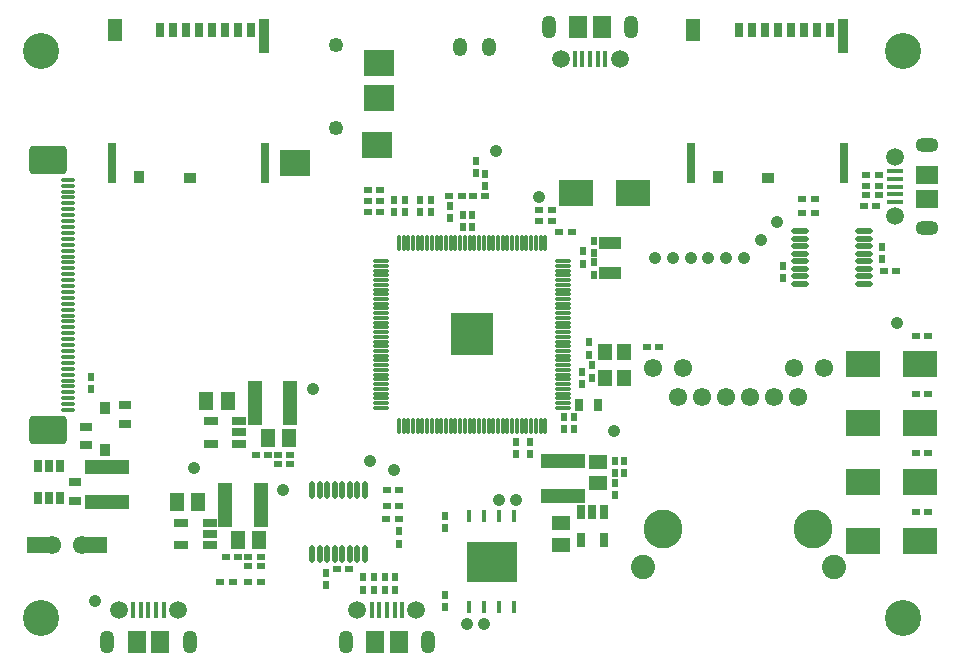
<source format=gts>
G04 Layer_Color=8388736*
%FSLAX44Y44*%
%MOMM*%
G71*
G01*
G75*
%ADD68R,1.1500X3.7500*%
%ADD69C,1.0500*%
%ADD70R,1.5000X1.2500*%
%ADD71R,0.6500X1.1500*%
%ADD72R,0.6000X0.6500*%
%ADD73R,0.7500X1.1500*%
%ADD74R,0.9100X2.8500*%
%ADD75R,1.1900X1.8800*%
%ADD76R,1.1000X0.8300*%
%ADD77R,0.9500X0.9800*%
%ADD78R,0.7500X3.3800*%
%ADD79R,0.6500X0.6000*%
G04:AMPARAMS|DCode=80|XSize=0.35mm|YSize=1.15mm|CornerRadius=0.1mm|HoleSize=0mm|Usage=FLASHONLY|Rotation=270.000|XOffset=0mm|YOffset=0mm|HoleType=Round|Shape=RoundedRectangle|*
%AMROUNDEDRECTD80*
21,1,0.3500,0.9500,0,0,270.0*
21,1,0.1500,1.1500,0,0,270.0*
1,1,0.2000,-0.4750,-0.0750*
1,1,0.2000,-0.4750,0.0750*
1,1,0.2000,0.4750,0.0750*
1,1,0.2000,0.4750,-0.0750*
%
%ADD80ROUNDEDRECTD80*%
G04:AMPARAMS|DCode=81|XSize=2.35mm|YSize=3.15mm|CornerRadius=0.255mm|HoleSize=0mm|Usage=FLASHONLY|Rotation=270.000|XOffset=0mm|YOffset=0mm|HoleType=Round|Shape=RoundedRectangle|*
%AMROUNDEDRECTD81*
21,1,2.3500,2.6400,0,0,270.0*
21,1,1.8400,3.1500,0,0,270.0*
1,1,0.5100,-1.3200,-0.9200*
1,1,0.5100,-1.3200,0.9200*
1,1,0.5100,1.3200,0.9200*
1,1,0.5100,1.3200,-0.9200*
%
%ADD81ROUNDEDRECTD81*%
%ADD82R,0.8500X1.0000*%
%ADD83R,3.7500X1.1500*%
%ADD84R,0.6500X1.1000*%
%ADD85R,1.0500X0.7000*%
%ADD86O,1.5000X0.5000*%
%ADD87O,0.5000X1.5000*%
%ADD88R,0.4500X1.0000*%
%ADD89R,4.3300X3.4300*%
%ADD90R,1.8500X1.0500*%
%ADD91R,1.2000X1.4500*%
%ADD92R,3.5500X3.5500*%
%ADD93O,0.3500X1.5000*%
%ADD94O,1.5000X0.3500*%
%ADD95R,0.7000X1.0500*%
%ADD96R,2.5000X1.4500*%
%ADD97R,0.4500X1.4000*%
%ADD98R,1.5500X1.9500*%
%ADD99R,2.5500X2.2500*%
%ADD100R,2.8500X2.2500*%
%ADD101R,1.4000X0.4500*%
%ADD102R,1.9500X1.5500*%
%ADD103R,1.1500X0.6500*%
%ADD104R,1.2500X1.5000*%
%ADD105C,1.5500*%
%ADD106O,1.2500X1.9500*%
%ADD107C,1.5000*%
%ADD108C,3.3000*%
%ADD109C,2.0500*%
%ADD110C,1.2500*%
%ADD111O,1.2500X1.5500*%
%ADD112O,1.9500X1.2500*%
%ADD113C,3.0500*%
D68*
X3046000Y2867000D02*
D03*
X3016000D02*
D03*
X3021000Y2781000D02*
D03*
X2991000D02*
D03*
D69*
X3065000Y2879000D02*
D03*
X3040000Y2793000D02*
D03*
X3430000Y2990000D02*
D03*
X3415000D02*
D03*
X3400000D02*
D03*
X3385000D02*
D03*
X3370000D02*
D03*
X3355000D02*
D03*
X3237000Y2785000D02*
D03*
X3196000Y2680000D02*
D03*
X3223000Y2785000D02*
D03*
X3210000Y2680000D02*
D03*
X3257000Y3041000D02*
D03*
X3560000Y2935000D02*
D03*
X3114000Y2818000D02*
D03*
X3134000Y2810000D02*
D03*
X3445000Y3005000D02*
D03*
X3458000Y3020000D02*
D03*
X3320000Y2843000D02*
D03*
X3220000Y3080000D02*
D03*
X2965000Y2812000D02*
D03*
X2881000Y2699000D02*
D03*
D70*
X3275000Y2747000D02*
D03*
Y2765000D02*
D03*
X3307000Y2817000D02*
D03*
Y2799000D02*
D03*
D71*
X3311500Y2751000D02*
D03*
X3292500D02*
D03*
Y2775000D02*
D03*
X3302000D02*
D03*
X3311500D02*
D03*
D72*
X3321000Y2799250D02*
D03*
Y2788750D02*
D03*
X2877000Y2889250D02*
D03*
Y2878750D02*
D03*
X3547000Y2999250D02*
D03*
Y2988750D02*
D03*
X3463000Y2983250D02*
D03*
Y2972750D02*
D03*
X3076000Y2712750D02*
D03*
Y2723250D02*
D03*
X3138000Y2758250D02*
D03*
Y2747750D02*
D03*
X3117000Y2719250D02*
D03*
Y2708750D02*
D03*
X3126000Y2719250D02*
D03*
Y2708750D02*
D03*
X3135000Y2719250D02*
D03*
Y2708750D02*
D03*
X3108000Y2719250D02*
D03*
Y2708750D02*
D03*
X3177000Y2760750D02*
D03*
Y2771250D02*
D03*
Y2704500D02*
D03*
Y2694000D02*
D03*
X3249000Y2823500D02*
D03*
Y2834000D02*
D03*
X3294000Y2984750D02*
D03*
Y2995250D02*
D03*
X3293000Y2882750D02*
D03*
Y2893250D02*
D03*
X3303000Y2986000D02*
D03*
Y2975500D02*
D03*
Y2994000D02*
D03*
Y3004500D02*
D03*
X3302000Y2888500D02*
D03*
Y2899000D02*
D03*
X3299000Y2918250D02*
D03*
Y2907750D02*
D03*
X3286000Y2844750D02*
D03*
Y2855250D02*
D03*
X3278000Y2844750D02*
D03*
Y2855250D02*
D03*
X3237000Y2823500D02*
D03*
Y2834000D02*
D03*
X3203000Y3061750D02*
D03*
Y3072250D02*
D03*
X3200000Y3026250D02*
D03*
Y3015750D02*
D03*
X3192000Y3026250D02*
D03*
Y3015750D02*
D03*
X3165000Y3028750D02*
D03*
Y3039250D02*
D03*
X3211000Y3061250D02*
D03*
Y3050750D02*
D03*
X3143000Y3028750D02*
D03*
Y3039250D02*
D03*
X3134000Y3028750D02*
D03*
Y3039250D02*
D03*
X3181000Y3023500D02*
D03*
Y3034000D02*
D03*
X3156000Y3028750D02*
D03*
Y3039250D02*
D03*
X3329000Y2807750D02*
D03*
Y2818250D02*
D03*
X3321000D02*
D03*
Y2807750D02*
D03*
D73*
X3013200Y3182700D02*
D03*
X3002200D02*
D03*
X2991200D02*
D03*
X2980200D02*
D03*
X2969200D02*
D03*
X2958200D02*
D03*
X2947200D02*
D03*
X2936200D02*
D03*
X3503200D02*
D03*
X3492200D02*
D03*
X3481200D02*
D03*
X3470200D02*
D03*
X3459200D02*
D03*
X3448200D02*
D03*
X3437200D02*
D03*
X3426200D02*
D03*
D74*
X3024000Y3177700D02*
D03*
X3514000D02*
D03*
D75*
X2897400Y3182550D02*
D03*
X3387400D02*
D03*
D76*
X2960950Y3057300D02*
D03*
X3450950D02*
D03*
D77*
X2918300Y3058050D02*
D03*
X3408300D02*
D03*
D78*
X2895200Y3070050D02*
D03*
X3024800D02*
D03*
X3385200D02*
D03*
X3514800D02*
D03*
D79*
X3191250Y3042000D02*
D03*
X3200750D02*
D03*
X3559250Y2979000D02*
D03*
X3548750D02*
D03*
X3479750Y3028000D02*
D03*
X3490250D02*
D03*
X3479750Y3040000D02*
D03*
X3490250D02*
D03*
X3544250Y3043000D02*
D03*
Y3051000D02*
D03*
X3533750Y3060000D02*
D03*
X3544250D02*
D03*
X3531750Y3034000D02*
D03*
X3542250D02*
D03*
X3096250Y2726000D02*
D03*
X3085750D02*
D03*
X3127500Y2769000D02*
D03*
X3138000D02*
D03*
X3127750Y2780000D02*
D03*
X3138250D02*
D03*
Y2793000D02*
D03*
X3127750D02*
D03*
X3267500Y3021000D02*
D03*
X3257000D02*
D03*
X3267500Y3030000D02*
D03*
X3257000D02*
D03*
X3273750Y3012000D02*
D03*
X3284250D02*
D03*
X3122250Y3038000D02*
D03*
X3111750D02*
D03*
X3586250Y2924000D02*
D03*
X3575750D02*
D03*
X3586250Y2875000D02*
D03*
X3575750D02*
D03*
X3586250Y2825000D02*
D03*
X3575750D02*
D03*
X3586250Y2775000D02*
D03*
X3575750D02*
D03*
X3211250Y3042000D02*
D03*
X3122250Y3047000D02*
D03*
X3111750D02*
D03*
X3122250Y3029000D02*
D03*
X3111750D02*
D03*
X3180750Y3042000D02*
D03*
X3533750Y3051000D02*
D03*
Y3043000D02*
D03*
X3347750Y2914000D02*
D03*
X3358250D02*
D03*
X3021250Y2715000D02*
D03*
X3010750D02*
D03*
X2997250D02*
D03*
X2986750D02*
D03*
X3010750Y2729000D02*
D03*
X3021250D02*
D03*
Y2737000D02*
D03*
X3010750D02*
D03*
X3002250D02*
D03*
X2991750D02*
D03*
X3035750Y2815000D02*
D03*
X3046250D02*
D03*
Y2823000D02*
D03*
X3035750D02*
D03*
X3027250D02*
D03*
X3016750D02*
D03*
D80*
X2858000Y3056000D02*
D03*
Y3051000D02*
D03*
Y3046000D02*
D03*
Y3041000D02*
D03*
Y3036000D02*
D03*
Y3031000D02*
D03*
Y3026000D02*
D03*
Y3021000D02*
D03*
Y3016000D02*
D03*
Y3011000D02*
D03*
Y3006000D02*
D03*
Y3001000D02*
D03*
Y2996000D02*
D03*
Y2991000D02*
D03*
Y2986000D02*
D03*
Y2981000D02*
D03*
Y2976000D02*
D03*
Y2971000D02*
D03*
Y2966000D02*
D03*
Y2961000D02*
D03*
Y2956000D02*
D03*
Y2951000D02*
D03*
Y2946000D02*
D03*
Y2941000D02*
D03*
Y2936000D02*
D03*
Y2931000D02*
D03*
Y2926000D02*
D03*
Y2921000D02*
D03*
Y2916000D02*
D03*
Y2911000D02*
D03*
Y2906000D02*
D03*
Y2901000D02*
D03*
Y2896000D02*
D03*
Y2891000D02*
D03*
Y2886000D02*
D03*
Y2881000D02*
D03*
Y2876000D02*
D03*
Y2871000D02*
D03*
Y2866000D02*
D03*
Y2861000D02*
D03*
D81*
X2841000Y2844300D02*
D03*
Y3072700D02*
D03*
D82*
X2889000Y2827000D02*
D03*
Y2863000D02*
D03*
D83*
X2891000Y2813000D02*
D03*
Y2783000D02*
D03*
X3277000Y2818000D02*
D03*
Y2788000D02*
D03*
D84*
X2851500Y2813750D02*
D03*
X2842000D02*
D03*
X2832500D02*
D03*
Y2786250D02*
D03*
X2842000D02*
D03*
X2851500D02*
D03*
D85*
X2864000Y2784000D02*
D03*
Y2800000D02*
D03*
X2873000Y2831000D02*
D03*
Y2847000D02*
D03*
X2906000Y2865000D02*
D03*
Y2849000D02*
D03*
D86*
X3532250Y2967775D02*
D03*
Y2974125D02*
D03*
Y2980475D02*
D03*
Y2986825D02*
D03*
Y2993175D02*
D03*
Y2999525D02*
D03*
Y3005875D02*
D03*
Y3012225D02*
D03*
X3477750Y2967775D02*
D03*
Y2974125D02*
D03*
Y2980475D02*
D03*
Y2986825D02*
D03*
Y2993175D02*
D03*
Y2999525D02*
D03*
Y3005875D02*
D03*
Y3012225D02*
D03*
D87*
X3064775Y2738750D02*
D03*
X3071125D02*
D03*
X3077475D02*
D03*
X3083825D02*
D03*
X3090175D02*
D03*
X3096525D02*
D03*
X3102875D02*
D03*
X3109225D02*
D03*
X3064775Y2793250D02*
D03*
X3071125D02*
D03*
X3077475D02*
D03*
X3083825D02*
D03*
X3090175D02*
D03*
X3096525D02*
D03*
X3102875D02*
D03*
X3109225D02*
D03*
D88*
X3197600Y2694000D02*
D03*
X3210300D02*
D03*
X3223000D02*
D03*
X3235700D02*
D03*
X3197600Y2770900D02*
D03*
X3210300D02*
D03*
X3223000D02*
D03*
X3235700D02*
D03*
D89*
X3216650Y2732450D02*
D03*
D90*
X3317000Y3002750D02*
D03*
Y2977250D02*
D03*
D91*
X3313000Y2910000D02*
D03*
Y2888000D02*
D03*
X3329000D02*
D03*
Y2910000D02*
D03*
D92*
X3200000Y2925000D02*
D03*
D93*
X3138000Y3002250D02*
D03*
X3142000D02*
D03*
X3146000D02*
D03*
X3150000D02*
D03*
X3154000D02*
D03*
X3158000D02*
D03*
X3162000D02*
D03*
X3166000D02*
D03*
X3170000D02*
D03*
X3174000D02*
D03*
X3178000D02*
D03*
X3182000D02*
D03*
X3186000D02*
D03*
X3190000D02*
D03*
X3194000D02*
D03*
X3198000D02*
D03*
X3202000D02*
D03*
X3206000D02*
D03*
X3210000D02*
D03*
X3214000D02*
D03*
X3218000D02*
D03*
X3222000D02*
D03*
X3226000D02*
D03*
X3230000D02*
D03*
X3234000D02*
D03*
X3238000D02*
D03*
X3242000D02*
D03*
X3246000D02*
D03*
X3250000D02*
D03*
X3254000D02*
D03*
X3258000D02*
D03*
X3262000D02*
D03*
Y2847750D02*
D03*
X3258000D02*
D03*
X3254000D02*
D03*
X3250000D02*
D03*
X3246000D02*
D03*
X3242000D02*
D03*
X3238000D02*
D03*
X3234000D02*
D03*
X3230000D02*
D03*
X3226000D02*
D03*
X3222000D02*
D03*
X3218000D02*
D03*
X3214000D02*
D03*
X3210000D02*
D03*
X3206000D02*
D03*
X3202000D02*
D03*
X3198000D02*
D03*
X3194000D02*
D03*
X3190000D02*
D03*
X3186000D02*
D03*
X3182000D02*
D03*
X3178000D02*
D03*
X3174000D02*
D03*
X3170000D02*
D03*
X3166000D02*
D03*
X3162000D02*
D03*
X3158000D02*
D03*
X3154000D02*
D03*
X3150000D02*
D03*
X3146000D02*
D03*
X3142000D02*
D03*
X3138000D02*
D03*
D94*
X3277250Y2987000D02*
D03*
Y2983000D02*
D03*
Y2979000D02*
D03*
Y2975000D02*
D03*
Y2963000D02*
D03*
Y2959000D02*
D03*
Y2955000D02*
D03*
Y2951000D02*
D03*
Y2947000D02*
D03*
Y2943000D02*
D03*
Y2939000D02*
D03*
Y2935000D02*
D03*
Y2931000D02*
D03*
Y2927000D02*
D03*
Y2923000D02*
D03*
Y2919000D02*
D03*
Y2915000D02*
D03*
Y2911000D02*
D03*
Y2907000D02*
D03*
Y2903000D02*
D03*
Y2899000D02*
D03*
Y2895000D02*
D03*
Y2891000D02*
D03*
Y2887000D02*
D03*
Y2883000D02*
D03*
Y2879000D02*
D03*
Y2875000D02*
D03*
Y2871000D02*
D03*
Y2867000D02*
D03*
Y2863000D02*
D03*
X3122750D02*
D03*
Y2867000D02*
D03*
Y2871000D02*
D03*
Y2875000D02*
D03*
Y2879000D02*
D03*
Y2883000D02*
D03*
Y2887000D02*
D03*
Y2891000D02*
D03*
Y2895000D02*
D03*
Y2899000D02*
D03*
Y2903000D02*
D03*
Y2907000D02*
D03*
Y2911000D02*
D03*
Y2915000D02*
D03*
Y2919000D02*
D03*
Y2923000D02*
D03*
Y2927000D02*
D03*
Y2931000D02*
D03*
Y2935000D02*
D03*
Y2939000D02*
D03*
Y2943000D02*
D03*
Y2947000D02*
D03*
Y2951000D02*
D03*
Y2955000D02*
D03*
Y2959000D02*
D03*
Y2963000D02*
D03*
Y2967000D02*
D03*
Y2971000D02*
D03*
Y2975000D02*
D03*
Y2979000D02*
D03*
Y2983000D02*
D03*
Y2987000D02*
D03*
X3277250Y2971000D02*
D03*
Y2967000D02*
D03*
D95*
X3291000Y2865000D02*
D03*
X3307000D02*
D03*
D96*
X2878000Y2747000D02*
D03*
X2836000D02*
D03*
D97*
X2913000Y2692000D02*
D03*
X2919500D02*
D03*
X2926000D02*
D03*
X2932500D02*
D03*
X2939000D02*
D03*
X3313000Y3158000D02*
D03*
X3306500D02*
D03*
X3300000D02*
D03*
X3293500D02*
D03*
X3287000D02*
D03*
X3115000Y2692000D02*
D03*
X3121500D02*
D03*
X3128000D02*
D03*
X3134500D02*
D03*
X3141000D02*
D03*
D98*
X2936000Y2665000D02*
D03*
X2916000D02*
D03*
X3290000Y3185000D02*
D03*
X3310000D02*
D03*
X3138000Y2665000D02*
D03*
X3118000D02*
D03*
D99*
X3050500Y3070000D02*
D03*
X3121500Y3155000D02*
D03*
Y3125000D02*
D03*
X3119500Y3085000D02*
D03*
D100*
X3579000Y2900000D02*
D03*
X3531000D02*
D03*
X3579000Y2850000D02*
D03*
X3531000D02*
D03*
X3579000Y2800000D02*
D03*
X3531000D02*
D03*
X3579000Y2750000D02*
D03*
X3531000D02*
D03*
X3288000Y3045000D02*
D03*
X3336000D02*
D03*
D101*
X3558000Y3037000D02*
D03*
Y3043500D02*
D03*
Y3050000D02*
D03*
Y3056500D02*
D03*
Y3063000D02*
D03*
D102*
X3585000Y3060000D02*
D03*
Y3040000D02*
D03*
D103*
X2954000Y2746500D02*
D03*
Y2765500D02*
D03*
X2978000D02*
D03*
Y2756000D02*
D03*
Y2746500D02*
D03*
X2979000Y2832500D02*
D03*
Y2851500D02*
D03*
X3003000D02*
D03*
Y2842000D02*
D03*
Y2832500D02*
D03*
D104*
X2950000Y2783000D02*
D03*
X2968000D02*
D03*
X3045000Y2837000D02*
D03*
X3027000D02*
D03*
X3020000Y2751000D02*
D03*
X3002000D02*
D03*
X2975000Y2869000D02*
D03*
X2993000D02*
D03*
D105*
X2869500Y2747000D02*
D03*
X2844500D02*
D03*
X3353200Y2896300D02*
D03*
X3476250Y2871800D02*
D03*
X3455950D02*
D03*
X3435650D02*
D03*
X3415350D02*
D03*
X3395050D02*
D03*
X3374750D02*
D03*
X3497800Y2896300D02*
D03*
X3472400D02*
D03*
X3378600D02*
D03*
D106*
X2891000Y2665000D02*
D03*
X2961000D02*
D03*
X3335000Y3185000D02*
D03*
X3265000D02*
D03*
X3093000Y2665000D02*
D03*
X3163000D02*
D03*
D107*
X2901000Y2692000D02*
D03*
X2951000D02*
D03*
X3325000Y3158000D02*
D03*
X3275000D02*
D03*
X3558000Y3025000D02*
D03*
Y3075000D02*
D03*
X3103000Y2692000D02*
D03*
X3153000D02*
D03*
D108*
X3362000Y2760000D02*
D03*
X3489000D02*
D03*
D109*
X3344850Y2728300D02*
D03*
X3506150D02*
D03*
D110*
X3085000Y3100000D02*
D03*
Y3170000D02*
D03*
D111*
X3214500Y3168000D02*
D03*
X3189500D02*
D03*
D112*
X3585000Y3015000D02*
D03*
Y3085000D02*
D03*
D113*
X3565000Y2685000D02*
D03*
Y3165000D02*
D03*
X2835000D02*
D03*
Y2685000D02*
D03*
X3200000Y2925000D02*
D03*
M02*

</source>
